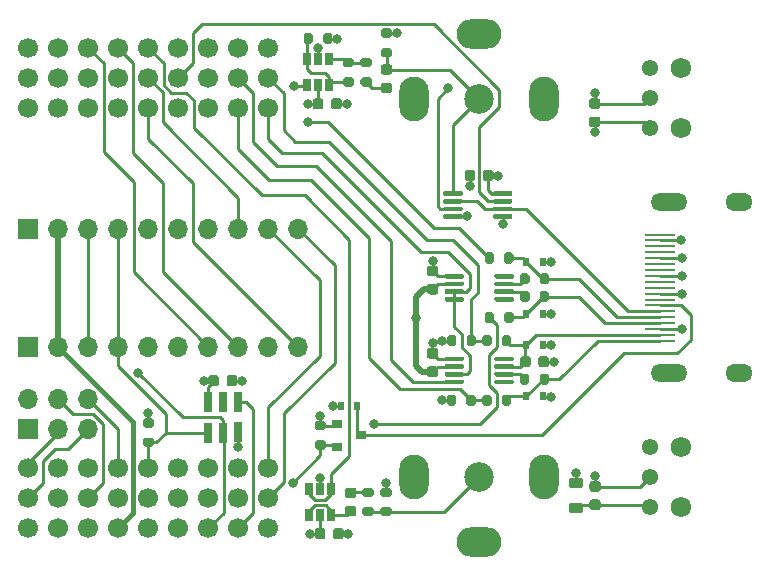
<source format=gbr>
%TF.GenerationSoftware,KiCad,Pcbnew,5.1.9-73d0e3b20d~88~ubuntu20.04.1*%
%TF.CreationDate,2021-06-05T19:42:07+02:00*%
%TF.ProjectId,andy,616e6479-2e6b-4696-9361-645f70636258,v1.00*%
%TF.SameCoordinates,Original*%
%TF.FileFunction,Copper,L1,Top*%
%TF.FilePolarity,Positive*%
%FSLAX46Y46*%
G04 Gerber Fmt 4.6, Leading zero omitted, Abs format (unit mm)*
G04 Created by KiCad (PCBNEW 5.1.9-73d0e3b20d~88~ubuntu20.04.1) date 2021-06-05 19:42:07*
%MOMM*%
%LPD*%
G01*
G04 APERTURE LIST*
%TA.AperFunction,ComponentPad*%
%ADD10C,1.700000*%
%TD*%
%TA.AperFunction,ComponentPad*%
%ADD11C,1.381250*%
%TD*%
%TA.AperFunction,ComponentPad*%
%ADD12C,1.725000*%
%TD*%
%TA.AperFunction,ComponentPad*%
%ADD13C,1.381000*%
%TD*%
%TA.AperFunction,ComponentPad*%
%ADD14C,2.500000*%
%TD*%
%TA.AperFunction,ComponentPad*%
%ADD15O,2.500000X3.800000*%
%TD*%
%TA.AperFunction,ComponentPad*%
%ADD16O,3.800000X2.500000*%
%TD*%
%TA.AperFunction,SMDPad,CuDef*%
%ADD17R,0.650000X1.060000*%
%TD*%
%TA.AperFunction,SMDPad,CuDef*%
%ADD18R,2.600000X0.280000*%
%TD*%
%TA.AperFunction,ComponentPad*%
%ADD19O,3.100000X1.500000*%
%TD*%
%TA.AperFunction,ComponentPad*%
%ADD20O,2.300000X1.500000*%
%TD*%
%TA.AperFunction,SMDPad,CuDef*%
%ADD21R,0.600000X0.700000*%
%TD*%
%TA.AperFunction,SMDPad,CuDef*%
%ADD22R,0.900000X0.800000*%
%TD*%
%TA.AperFunction,SMDPad,CuDef*%
%ADD23R,0.800000X1.700000*%
%TD*%
%TA.AperFunction,ComponentPad*%
%ADD24O,1.700000X1.700000*%
%TD*%
%TA.AperFunction,ComponentPad*%
%ADD25R,1.700000X1.700000*%
%TD*%
%TA.AperFunction,ViaPad*%
%ADD26C,0.800000*%
%TD*%
%TA.AperFunction,Conductor*%
%ADD27C,0.250000*%
%TD*%
%TA.AperFunction,Conductor*%
%ADD28C,0.500000*%
%TD*%
%TA.AperFunction,Conductor*%
%ADD29C,0.430000*%
%TD*%
G04 APERTURE END LIST*
D10*
%TO.P,U1,54*%
%TO.N,GND*%
X160160000Y-79680000D03*
%TO.P,U1,53*%
%TO.N,+3V3*%
X157620000Y-79680000D03*
%TO.P,U1,52*%
%TO.N,N/C*%
X155080000Y-79680000D03*
%TO.P,U1,51*%
%TO.N,hdmi_tx_en*%
X152540000Y-79680000D03*
%TO.P,U1,50*%
%TO.N,sai1_sd_a_pc1*%
X150000000Y-79680000D03*
%TO.P,U1,49*%
%TO.N,sai1_mclk_b*%
X147460000Y-79680000D03*
%TO.P,U1,48*%
%TO.N,sai1_sck_b*%
X144920000Y-79680000D03*
%TO.P,U1,47*%
%TO.N,spdifrx_in1*%
X142380000Y-79680000D03*
%TO.P,U1,46*%
%TO.N,N/C*%
X139840000Y-79680000D03*
%TO.P,U1,45*%
%TO.N,hdmi_5v_in*%
X160160000Y-82220000D03*
%TO.P,U1,44*%
%TO.N,hdmi_hpd_en*%
X157620000Y-82220000D03*
%TO.P,U1,43*%
%TO.N,i2s1_ws*%
X155080000Y-82220000D03*
%TO.P,U1,42*%
%TO.N,hdmi_rx_en*%
X152540000Y-82220000D03*
%TO.P,U1,41*%
%TO.N,i2s1_mck*%
X150000000Y-82220000D03*
%TO.P,U1,40*%
%TO.N,N/C*%
X147460000Y-82220000D03*
%TO.P,U1,39*%
%TO.N,sai1_sd_a_pb2*%
X144920000Y-82220000D03*
%TO.P,U1,38*%
%TO.N,N/C*%
X142380000Y-82220000D03*
%TO.P,U1,37*%
X139840000Y-82220000D03*
%TO.P,U1,36*%
%TO.N,hdmi_5v_en*%
X160160000Y-84760000D03*
%TO.P,U1,35*%
%TO.N,hdmi_hpd_in*%
X157620000Y-84760000D03*
%TO.P,U1,34*%
%TO.N,i2s1_ck*%
X155080000Y-84760000D03*
%TO.P,U1,33*%
%TO.N,i2s1_sd*%
X152540000Y-84760000D03*
%TO.P,U1,32*%
%TO.N,spdifrx_in3*%
X150000000Y-84760000D03*
%TO.P,U1,31*%
%TO.N,N/C*%
X147460000Y-84760000D03*
%TO.P,U1,30*%
%TO.N,i2c2_scl*%
X144920000Y-84760000D03*
%TO.P,U1,29*%
%TO.N,N/C*%
X142380000Y-84760000D03*
%TO.P,U1,28*%
X139840000Y-84760000D03*
%TO.P,U1,27*%
%TO.N,pc14*%
X160160000Y-115240000D03*
%TO.P,U1,26*%
%TO.N,N/C*%
X157620000Y-115240000D03*
%TO.P,U1,25*%
X155080000Y-115240000D03*
%TO.P,U1,24*%
%TO.N,cec_pb6*%
X152540000Y-115240000D03*
%TO.P,U1,23*%
%TO.N,i2c3_sda*%
X150000000Y-115240000D03*
%TO.P,U1,22*%
%TO.N,uart5_rx*%
X147460000Y-115240000D03*
%TO.P,U1,21*%
%TO.N,N/C*%
X144920000Y-115240000D03*
%TO.P,U1,20*%
%TO.N,cec_pa15*%
X142380000Y-115240000D03*
%TO.P,U1,19*%
%TO.N,swdio*%
X139840000Y-115240000D03*
%TO.P,U1,18*%
%TO.N,pc15*%
X160160000Y-117780000D03*
%TO.P,U1,17*%
%TO.N,N/C*%
X157620000Y-117780000D03*
%TO.P,U1,16*%
%TO.N,sai1_fs_b*%
X155080000Y-117780000D03*
%TO.P,U1,15*%
%TO.N,spdifrx_in0*%
X152540000Y-117780000D03*
%TO.P,U1,14*%
%TO.N,N/C*%
X150000000Y-117780000D03*
%TO.P,U1,13*%
%TO.N,i2c2_sda*%
X147460000Y-117780000D03*
%TO.P,U1,12*%
%TO.N,uart5_tx*%
X144920000Y-117780000D03*
%TO.P,U1,11*%
%TO.N,N/C*%
X142380000Y-117780000D03*
%TO.P,U1,10*%
%TO.N,swclk*%
X139840000Y-117780000D03*
%TO.P,U1,9*%
%TO.N,N/C*%
X160160000Y-120320000D03*
%TO.P,U1,8*%
%TO.N,i2s_clk*%
X157620000Y-120320000D03*
%TO.P,U1,7*%
%TO.N,i2c3_scl*%
X155080000Y-120320000D03*
%TO.P,U1,6*%
%TO.N,sai1_sd_b*%
X152540000Y-120320000D03*
%TO.P,U1,5*%
%TO.N,N/C*%
X150000000Y-120320000D03*
%TO.P,U1,4*%
%TO.N,+5V*%
X147460000Y-120320000D03*
%TO.P,U1,3*%
%TO.N,GND*%
X144920000Y-120320000D03*
%TO.P,U1,2*%
%TO.N,+3V3*%
X142380000Y-120320000D03*
%TO.P,U1,1*%
%TO.N,GND*%
X139840000Y-120320000D03*
%TD*%
D11*
%TO.P,U2,1*%
%TO.N,+3V3*%
X192440000Y-86500000D03*
%TO.P,U2,2*%
%TO.N,GND*%
X192440000Y-83960000D03*
%TO.P,U2,3*%
%TO.N,sai1_sd_a_pb2*%
X192440000Y-81420000D03*
D12*
%TO.P,U2,4*%
%TO.N,N/C*%
X195070000Y-86500000D03*
%TO.P,U2,5*%
X195070000Y-81420000D03*
%TD*%
D13*
%TO.P,U3,1*%
%TO.N,Net-(C3-Pad2)*%
X192490000Y-118540000D03*
%TO.P,U3,2*%
%TO.N,GND*%
X192490000Y-116000000D03*
%TO.P,U3,3*%
%TO.N,spdifrx_in0*%
X192490000Y-113460000D03*
D12*
%TO.P,U3,4*%
%TO.N,N/C*%
X195110000Y-118540000D03*
%TO.P,U3,5*%
X195110000Y-113460000D03*
%TD*%
D14*
%TO.P,J1,1*%
%TO.N,spdif_rx*%
X178000000Y-84000000D03*
D15*
%TO.P,J1,2*%
%TO.N,GND*%
X172500000Y-84000000D03*
X183500000Y-84000000D03*
D16*
X178000000Y-78500000D03*
%TD*%
%TO.P,J2,2*%
%TO.N,GND*%
X178000000Y-121500000D03*
D15*
X172500000Y-116000000D03*
X183500000Y-116000000D03*
D14*
%TO.P,J2,1*%
%TO.N,spdif_tx*%
X178000000Y-116000000D03*
%TD*%
%TO.P,C1,2*%
%TO.N,Net-(C1-Pad2)*%
%TA.AperFunction,SMDPad,CuDef*%
G36*
G01*
X169910000Y-82625000D02*
X170410000Y-82625000D01*
G75*
G02*
X170635000Y-82850000I0J-225000D01*
G01*
X170635000Y-83300000D01*
G75*
G02*
X170410000Y-83525000I-225000J0D01*
G01*
X169910000Y-83525000D01*
G75*
G02*
X169685000Y-83300000I0J225000D01*
G01*
X169685000Y-82850000D01*
G75*
G02*
X169910000Y-82625000I225000J0D01*
G01*
G37*
%TD.AperFunction*%
%TO.P,C1,1*%
%TO.N,spdif_rx*%
%TA.AperFunction,SMDPad,CuDef*%
G36*
G01*
X169910000Y-81075000D02*
X170410000Y-81075000D01*
G75*
G02*
X170635000Y-81300000I0J-225000D01*
G01*
X170635000Y-81750000D01*
G75*
G02*
X170410000Y-81975000I-225000J0D01*
G01*
X169910000Y-81975000D01*
G75*
G02*
X169685000Y-81750000I0J225000D01*
G01*
X169685000Y-81300000D01*
G75*
G02*
X169910000Y-81075000I225000J0D01*
G01*
G37*
%TD.AperFunction*%
%TD*%
%TO.P,C2,2*%
%TO.N,+3V3*%
%TA.AperFunction,SMDPad,CuDef*%
G36*
G01*
X187530000Y-85510000D02*
X188030000Y-85510000D01*
G75*
G02*
X188255000Y-85735000I0J-225000D01*
G01*
X188255000Y-86185000D01*
G75*
G02*
X188030000Y-86410000I-225000J0D01*
G01*
X187530000Y-86410000D01*
G75*
G02*
X187305000Y-86185000I0J225000D01*
G01*
X187305000Y-85735000D01*
G75*
G02*
X187530000Y-85510000I225000J0D01*
G01*
G37*
%TD.AperFunction*%
%TO.P,C2,1*%
%TO.N,GND*%
%TA.AperFunction,SMDPad,CuDef*%
G36*
G01*
X187530000Y-83960000D02*
X188030000Y-83960000D01*
G75*
G02*
X188255000Y-84185000I0J-225000D01*
G01*
X188255000Y-84635000D01*
G75*
G02*
X188030000Y-84860000I-225000J0D01*
G01*
X187530000Y-84860000D01*
G75*
G02*
X187305000Y-84635000I0J225000D01*
G01*
X187305000Y-84185000D01*
G75*
G02*
X187530000Y-83960000I225000J0D01*
G01*
G37*
%TD.AperFunction*%
%TD*%
%TO.P,C3,1*%
%TO.N,GND*%
%TA.AperFunction,SMDPad,CuDef*%
G36*
G01*
X187570000Y-116380000D02*
X188070000Y-116380000D01*
G75*
G02*
X188295000Y-116605000I0J-225000D01*
G01*
X188295000Y-117055000D01*
G75*
G02*
X188070000Y-117280000I-225000J0D01*
G01*
X187570000Y-117280000D01*
G75*
G02*
X187345000Y-117055000I0J225000D01*
G01*
X187345000Y-116605000D01*
G75*
G02*
X187570000Y-116380000I225000J0D01*
G01*
G37*
%TD.AperFunction*%
%TO.P,C3,2*%
%TO.N,Net-(C3-Pad2)*%
%TA.AperFunction,SMDPad,CuDef*%
G36*
G01*
X187570000Y-117930000D02*
X188070000Y-117930000D01*
G75*
G02*
X188295000Y-118155000I0J-225000D01*
G01*
X188295000Y-118605000D01*
G75*
G02*
X188070000Y-118830000I-225000J0D01*
G01*
X187570000Y-118830000D01*
G75*
G02*
X187345000Y-118605000I0J225000D01*
G01*
X187345000Y-118155000D01*
G75*
G02*
X187570000Y-117930000I225000J0D01*
G01*
G37*
%TD.AperFunction*%
%TD*%
%TO.P,C4,1*%
%TO.N,GND*%
%TA.AperFunction,SMDPad,CuDef*%
G36*
G01*
X166535000Y-120570000D02*
X166535000Y-121070000D01*
G75*
G02*
X166310000Y-121295000I-225000J0D01*
G01*
X165860000Y-121295000D01*
G75*
G02*
X165635000Y-121070000I0J225000D01*
G01*
X165635000Y-120570000D01*
G75*
G02*
X165860000Y-120345000I225000J0D01*
G01*
X166310000Y-120345000D01*
G75*
G02*
X166535000Y-120570000I0J-225000D01*
G01*
G37*
%TD.AperFunction*%
%TO.P,C4,2*%
%TO.N,+3V3*%
%TA.AperFunction,SMDPad,CuDef*%
G36*
G01*
X164985000Y-120570000D02*
X164985000Y-121070000D01*
G75*
G02*
X164760000Y-121295000I-225000J0D01*
G01*
X164310000Y-121295000D01*
G75*
G02*
X164085000Y-121070000I0J225000D01*
G01*
X164085000Y-120570000D01*
G75*
G02*
X164310000Y-120345000I225000J0D01*
G01*
X164760000Y-120345000D01*
G75*
G02*
X164985000Y-120570000I0J-225000D01*
G01*
G37*
%TD.AperFunction*%
%TD*%
%TO.P,C5,1*%
%TO.N,GND*%
%TA.AperFunction,SMDPad,CuDef*%
G36*
G01*
X166365000Y-84180000D02*
X166365000Y-84680000D01*
G75*
G02*
X166140000Y-84905000I-225000J0D01*
G01*
X165690000Y-84905000D01*
G75*
G02*
X165465000Y-84680000I0J225000D01*
G01*
X165465000Y-84180000D01*
G75*
G02*
X165690000Y-83955000I225000J0D01*
G01*
X166140000Y-83955000D01*
G75*
G02*
X166365000Y-84180000I0J-225000D01*
G01*
G37*
%TD.AperFunction*%
%TO.P,C5,2*%
%TO.N,+3V3*%
%TA.AperFunction,SMDPad,CuDef*%
G36*
G01*
X164815000Y-84180000D02*
X164815000Y-84680000D01*
G75*
G02*
X164590000Y-84905000I-225000J0D01*
G01*
X164140000Y-84905000D01*
G75*
G02*
X163915000Y-84680000I0J225000D01*
G01*
X163915000Y-84180000D01*
G75*
G02*
X164140000Y-83955000I225000J0D01*
G01*
X164590000Y-83955000D01*
G75*
G02*
X164815000Y-84180000I0J-225000D01*
G01*
G37*
%TD.AperFunction*%
%TD*%
%TO.P,C6,2*%
%TO.N,Net-(C6-Pad2)*%
%TA.AperFunction,SMDPad,CuDef*%
G36*
G01*
X166870000Y-118465000D02*
X167370000Y-118465000D01*
G75*
G02*
X167595000Y-118690000I0J-225000D01*
G01*
X167595000Y-119140000D01*
G75*
G02*
X167370000Y-119365000I-225000J0D01*
G01*
X166870000Y-119365000D01*
G75*
G02*
X166645000Y-119140000I0J225000D01*
G01*
X166645000Y-118690000D01*
G75*
G02*
X166870000Y-118465000I225000J0D01*
G01*
G37*
%TD.AperFunction*%
%TO.P,C6,1*%
%TO.N,Net-(C6-Pad1)*%
%TA.AperFunction,SMDPad,CuDef*%
G36*
G01*
X166870000Y-116915000D02*
X167370000Y-116915000D01*
G75*
G02*
X167595000Y-117140000I0J-225000D01*
G01*
X167595000Y-117590000D01*
G75*
G02*
X167370000Y-117815000I-225000J0D01*
G01*
X166870000Y-117815000D01*
G75*
G02*
X166645000Y-117590000I0J225000D01*
G01*
X166645000Y-117140000D01*
G75*
G02*
X166870000Y-116915000I225000J0D01*
G01*
G37*
%TD.AperFunction*%
%TD*%
%TO.P,L1,1*%
%TO.N,Net-(C3-Pad2)*%
%TA.AperFunction,SMDPad,CuDef*%
G36*
G01*
X186581250Y-119105000D02*
X185818750Y-119105000D01*
G75*
G02*
X185600000Y-118886250I0J218750D01*
G01*
X185600000Y-118448750D01*
G75*
G02*
X185818750Y-118230000I218750J0D01*
G01*
X186581250Y-118230000D01*
G75*
G02*
X186800000Y-118448750I0J-218750D01*
G01*
X186800000Y-118886250D01*
G75*
G02*
X186581250Y-119105000I-218750J0D01*
G01*
G37*
%TD.AperFunction*%
%TO.P,L1,2*%
%TO.N,+3V3*%
%TA.AperFunction,SMDPad,CuDef*%
G36*
G01*
X186581250Y-116980000D02*
X185818750Y-116980000D01*
G75*
G02*
X185600000Y-116761250I0J218750D01*
G01*
X185600000Y-116323750D01*
G75*
G02*
X185818750Y-116105000I218750J0D01*
G01*
X186581250Y-116105000D01*
G75*
G02*
X186800000Y-116323750I0J-218750D01*
G01*
X186800000Y-116761250D01*
G75*
G02*
X186581250Y-116980000I-218750J0D01*
G01*
G37*
%TD.AperFunction*%
%TD*%
%TO.P,R1,1*%
%TO.N,spdif_rx*%
%TA.AperFunction,SMDPad,CuDef*%
G36*
G01*
X170435000Y-80495000D02*
X169885000Y-80495000D01*
G75*
G02*
X169685000Y-80295000I0J200000D01*
G01*
X169685000Y-79895000D01*
G75*
G02*
X169885000Y-79695000I200000J0D01*
G01*
X170435000Y-79695000D01*
G75*
G02*
X170635000Y-79895000I0J-200000D01*
G01*
X170635000Y-80295000D01*
G75*
G02*
X170435000Y-80495000I-200000J0D01*
G01*
G37*
%TD.AperFunction*%
%TO.P,R1,2*%
%TO.N,GND*%
%TA.AperFunction,SMDPad,CuDef*%
G36*
G01*
X170435000Y-78845000D02*
X169885000Y-78845000D01*
G75*
G02*
X169685000Y-78645000I0J200000D01*
G01*
X169685000Y-78245000D01*
G75*
G02*
X169885000Y-78045000I200000J0D01*
G01*
X170435000Y-78045000D01*
G75*
G02*
X170635000Y-78245000I0J-200000D01*
G01*
X170635000Y-78645000D01*
G75*
G02*
X170435000Y-78845000I-200000J0D01*
G01*
G37*
%TD.AperFunction*%
%TD*%
%TO.P,R2,1*%
%TO.N,Net-(C1-Pad2)*%
%TA.AperFunction,SMDPad,CuDef*%
G36*
G01*
X168705000Y-82985000D02*
X168155000Y-82985000D01*
G75*
G02*
X167955000Y-82785000I0J200000D01*
G01*
X167955000Y-82385000D01*
G75*
G02*
X168155000Y-82185000I200000J0D01*
G01*
X168705000Y-82185000D01*
G75*
G02*
X168905000Y-82385000I0J-200000D01*
G01*
X168905000Y-82785000D01*
G75*
G02*
X168705000Y-82985000I-200000J0D01*
G01*
G37*
%TD.AperFunction*%
%TO.P,R2,2*%
%TO.N,Net-(R2-Pad2)*%
%TA.AperFunction,SMDPad,CuDef*%
G36*
G01*
X168705000Y-81335000D02*
X168155000Y-81335000D01*
G75*
G02*
X167955000Y-81135000I0J200000D01*
G01*
X167955000Y-80735000D01*
G75*
G02*
X168155000Y-80535000I200000J0D01*
G01*
X168705000Y-80535000D01*
G75*
G02*
X168905000Y-80735000I0J-200000D01*
G01*
X168905000Y-81135000D01*
G75*
G02*
X168705000Y-81335000I-200000J0D01*
G01*
G37*
%TD.AperFunction*%
%TD*%
%TO.P,R3,2*%
%TO.N,Net-(R3-Pad2)*%
%TA.AperFunction,SMDPad,CuDef*%
G36*
G01*
X166645000Y-82195000D02*
X167195000Y-82195000D01*
G75*
G02*
X167395000Y-82395000I0J-200000D01*
G01*
X167395000Y-82795000D01*
G75*
G02*
X167195000Y-82995000I-200000J0D01*
G01*
X166645000Y-82995000D01*
G75*
G02*
X166445000Y-82795000I0J200000D01*
G01*
X166445000Y-82395000D01*
G75*
G02*
X166645000Y-82195000I200000J0D01*
G01*
G37*
%TD.AperFunction*%
%TO.P,R3,1*%
%TO.N,Net-(R2-Pad2)*%
%TA.AperFunction,SMDPad,CuDef*%
G36*
G01*
X166645000Y-80545000D02*
X167195000Y-80545000D01*
G75*
G02*
X167395000Y-80745000I0J-200000D01*
G01*
X167395000Y-81145000D01*
G75*
G02*
X167195000Y-81345000I-200000J0D01*
G01*
X166645000Y-81345000D01*
G75*
G02*
X166445000Y-81145000I0J200000D01*
G01*
X166445000Y-80745000D01*
G75*
G02*
X166645000Y-80545000I200000J0D01*
G01*
G37*
%TD.AperFunction*%
%TD*%
%TO.P,R4,2*%
%TO.N,GND*%
%TA.AperFunction,SMDPad,CuDef*%
G36*
G01*
X164785000Y-79185000D02*
X164785000Y-78635000D01*
G75*
G02*
X164985000Y-78435000I200000J0D01*
G01*
X165385000Y-78435000D01*
G75*
G02*
X165585000Y-78635000I0J-200000D01*
G01*
X165585000Y-79185000D01*
G75*
G02*
X165385000Y-79385000I-200000J0D01*
G01*
X164985000Y-79385000D01*
G75*
G02*
X164785000Y-79185000I0J200000D01*
G01*
G37*
%TD.AperFunction*%
%TO.P,R4,1*%
%TO.N,Net-(R3-Pad2)*%
%TA.AperFunction,SMDPad,CuDef*%
G36*
G01*
X163135000Y-79185000D02*
X163135000Y-78635000D01*
G75*
G02*
X163335000Y-78435000I200000J0D01*
G01*
X163735000Y-78435000D01*
G75*
G02*
X163935000Y-78635000I0J-200000D01*
G01*
X163935000Y-79185000D01*
G75*
G02*
X163735000Y-79385000I-200000J0D01*
G01*
X163335000Y-79385000D01*
G75*
G02*
X163135000Y-79185000I0J200000D01*
G01*
G37*
%TD.AperFunction*%
%TD*%
%TO.P,R5,2*%
%TO.N,Net-(C6-Pad1)*%
%TA.AperFunction,SMDPad,CuDef*%
G36*
G01*
X168875000Y-117715000D02*
X168325000Y-117715000D01*
G75*
G02*
X168125000Y-117515000I0J200000D01*
G01*
X168125000Y-117115000D01*
G75*
G02*
X168325000Y-116915000I200000J0D01*
G01*
X168875000Y-116915000D01*
G75*
G02*
X169075000Y-117115000I0J-200000D01*
G01*
X169075000Y-117515000D01*
G75*
G02*
X168875000Y-117715000I-200000J0D01*
G01*
G37*
%TD.AperFunction*%
%TO.P,R5,1*%
%TO.N,spdif_tx*%
%TA.AperFunction,SMDPad,CuDef*%
G36*
G01*
X168875000Y-119365000D02*
X168325000Y-119365000D01*
G75*
G02*
X168125000Y-119165000I0J200000D01*
G01*
X168125000Y-118765000D01*
G75*
G02*
X168325000Y-118565000I200000J0D01*
G01*
X168875000Y-118565000D01*
G75*
G02*
X169075000Y-118765000I0J-200000D01*
G01*
X169075000Y-119165000D01*
G75*
G02*
X168875000Y-119365000I-200000J0D01*
G01*
G37*
%TD.AperFunction*%
%TD*%
%TO.P,R6,1*%
%TO.N,spdif_tx*%
%TA.AperFunction,SMDPad,CuDef*%
G36*
G01*
X170395000Y-119365000D02*
X169845000Y-119365000D01*
G75*
G02*
X169645000Y-119165000I0J200000D01*
G01*
X169645000Y-118765000D01*
G75*
G02*
X169845000Y-118565000I200000J0D01*
G01*
X170395000Y-118565000D01*
G75*
G02*
X170595000Y-118765000I0J-200000D01*
G01*
X170595000Y-119165000D01*
G75*
G02*
X170395000Y-119365000I-200000J0D01*
G01*
G37*
%TD.AperFunction*%
%TO.P,R6,2*%
%TO.N,GND*%
%TA.AperFunction,SMDPad,CuDef*%
G36*
G01*
X170395000Y-117715000D02*
X169845000Y-117715000D01*
G75*
G02*
X169645000Y-117515000I0J200000D01*
G01*
X169645000Y-117115000D01*
G75*
G02*
X169845000Y-116915000I200000J0D01*
G01*
X170395000Y-116915000D01*
G75*
G02*
X170595000Y-117115000I0J-200000D01*
G01*
X170595000Y-117515000D01*
G75*
G02*
X170395000Y-117715000I-200000J0D01*
G01*
G37*
%TD.AperFunction*%
%TD*%
D17*
%TO.P,U4,1*%
%TO.N,Net-(R2-Pad2)*%
X165310000Y-80670000D03*
%TO.P,U4,2*%
%TO.N,GND*%
X164360000Y-80670000D03*
%TO.P,U4,3*%
%TO.N,Net-(R3-Pad2)*%
X163410000Y-80670000D03*
%TO.P,U4,4*%
%TO.N,spdifrx_in1*%
X163410000Y-82870000D03*
%TO.P,U4,6*%
%TO.N,Net-(R3-Pad2)*%
X165310000Y-82870000D03*
%TO.P,U4,5*%
%TO.N,+3V3*%
X164360000Y-82870000D03*
%TD*%
%TO.P,U5,5*%
%TO.N,+3V3*%
X164540000Y-119260000D03*
%TO.P,U5,6*%
%TO.N,Net-(C6-Pad2)*%
X165490000Y-119260000D03*
%TO.P,U5,4*%
X163590000Y-119260000D03*
%TO.P,U5,3*%
%TO.N,sai1_sd_a_pc1*%
X163590000Y-117060000D03*
%TO.P,U5,2*%
%TO.N,GND*%
X164540000Y-117060000D03*
%TO.P,U5,1*%
%TO.N,sai1_sd_a_pc1*%
X165490000Y-117060000D03*
%TD*%
D18*
%TO.P,J3,1*%
%TO.N,N/C*%
X193280000Y-95500000D03*
%TO.P,J3,2*%
%TO.N,GND*%
X193280000Y-96000000D03*
%TO.P,J3,3*%
%TO.N,N/C*%
X193280000Y-96500000D03*
%TO.P,J3,4*%
X193280000Y-97000000D03*
%TO.P,J3,5*%
%TO.N,GND*%
X193280000Y-97500000D03*
%TO.P,J3,6*%
%TO.N,N/C*%
X193280000Y-98000000D03*
%TO.P,J3,7*%
X193280000Y-98500000D03*
%TO.P,J3,8*%
%TO.N,GND*%
X193280000Y-99000000D03*
%TO.P,J3,9*%
%TO.N,N/C*%
X193280000Y-99500000D03*
%TO.P,J3,10*%
X193280000Y-100000000D03*
%TO.P,J3,11*%
%TO.N,GND*%
X193280000Y-100500000D03*
%TO.P,J3,12*%
%TO.N,N/C*%
X193280000Y-101000000D03*
%TO.P,J3,13*%
%TO.N,hdmi_cec*%
X193280000Y-101500000D03*
%TO.P,J3,14*%
%TO.N,hdmi_utility*%
X193280000Y-102000000D03*
%TO.P,J3,15*%
%TO.N,hdmi_scl*%
X193280000Y-102500000D03*
%TO.P,J3,16*%
%TO.N,hdmi_sda*%
X193280000Y-103000000D03*
%TO.P,J3,17*%
%TO.N,GND*%
X193280000Y-103500000D03*
%TO.P,J3,18*%
%TO.N,hdmi_5v*%
X193280000Y-104000000D03*
%TO.P,J3,19*%
%TO.N,hdmi_hpd*%
X193280000Y-104500000D03*
D19*
%TO.P,J3,S2*%
%TO.N,N/C*%
X194040000Y-107250000D03*
%TO.P,J3,S1*%
X194040000Y-92750000D03*
D20*
%TO.P,J3,S3*%
X200000000Y-107250000D03*
%TO.P,J3,S4*%
X200000000Y-92750000D03*
%TD*%
%TO.P,C7,1*%
%TO.N,hdmi_5v*%
%TA.AperFunction,SMDPad,CuDef*%
G36*
G01*
X181465000Y-106510000D02*
X181465000Y-106010000D01*
G75*
G02*
X181690000Y-105785000I225000J0D01*
G01*
X182140000Y-105785000D01*
G75*
G02*
X182365000Y-106010000I0J-225000D01*
G01*
X182365000Y-106510000D01*
G75*
G02*
X182140000Y-106735000I-225000J0D01*
G01*
X181690000Y-106735000D01*
G75*
G02*
X181465000Y-106510000I0J225000D01*
G01*
G37*
%TD.AperFunction*%
%TO.P,C7,2*%
%TO.N,GND*%
%TA.AperFunction,SMDPad,CuDef*%
G36*
G01*
X183015000Y-106510000D02*
X183015000Y-106010000D01*
G75*
G02*
X183240000Y-105785000I225000J0D01*
G01*
X183690000Y-105785000D01*
G75*
G02*
X183915000Y-106010000I0J-225000D01*
G01*
X183915000Y-106510000D01*
G75*
G02*
X183690000Y-106735000I-225000J0D01*
G01*
X183240000Y-106735000D01*
G75*
G02*
X183015000Y-106510000I0J225000D01*
G01*
G37*
%TD.AperFunction*%
%TD*%
%TO.P,C8,1*%
%TO.N,GND*%
%TA.AperFunction,SMDPad,CuDef*%
G36*
G01*
X173800000Y-105105000D02*
X174300000Y-105105000D01*
G75*
G02*
X174525000Y-105330000I0J-225000D01*
G01*
X174525000Y-105780000D01*
G75*
G02*
X174300000Y-106005000I-225000J0D01*
G01*
X173800000Y-106005000D01*
G75*
G02*
X173575000Y-105780000I0J225000D01*
G01*
X173575000Y-105330000D01*
G75*
G02*
X173800000Y-105105000I225000J0D01*
G01*
G37*
%TD.AperFunction*%
%TO.P,C8,2*%
%TO.N,+5V*%
%TA.AperFunction,SMDPad,CuDef*%
G36*
G01*
X173800000Y-106655000D02*
X174300000Y-106655000D01*
G75*
G02*
X174525000Y-106880000I0J-225000D01*
G01*
X174525000Y-107330000D01*
G75*
G02*
X174300000Y-107555000I-225000J0D01*
G01*
X173800000Y-107555000D01*
G75*
G02*
X173575000Y-107330000I0J225000D01*
G01*
X173575000Y-106880000D01*
G75*
G02*
X173800000Y-106655000I225000J0D01*
G01*
G37*
%TD.AperFunction*%
%TD*%
%TO.P,C9,2*%
%TO.N,+5V*%
%TA.AperFunction,SMDPad,CuDef*%
G36*
G01*
X173810000Y-99675000D02*
X174310000Y-99675000D01*
G75*
G02*
X174535000Y-99900000I0J-225000D01*
G01*
X174535000Y-100350000D01*
G75*
G02*
X174310000Y-100575000I-225000J0D01*
G01*
X173810000Y-100575000D01*
G75*
G02*
X173585000Y-100350000I0J225000D01*
G01*
X173585000Y-99900000D01*
G75*
G02*
X173810000Y-99675000I225000J0D01*
G01*
G37*
%TD.AperFunction*%
%TO.P,C9,1*%
%TO.N,GND*%
%TA.AperFunction,SMDPad,CuDef*%
G36*
G01*
X173810000Y-98125000D02*
X174310000Y-98125000D01*
G75*
G02*
X174535000Y-98350000I0J-225000D01*
G01*
X174535000Y-98800000D01*
G75*
G02*
X174310000Y-99025000I-225000J0D01*
G01*
X173810000Y-99025000D01*
G75*
G02*
X173585000Y-98800000I0J225000D01*
G01*
X173585000Y-98350000D01*
G75*
G02*
X173810000Y-98125000I225000J0D01*
G01*
G37*
%TD.AperFunction*%
%TD*%
D21*
%TO.P,D1,2*%
%TO.N,GND*%
X183400000Y-109200000D03*
%TO.P,D1,1*%
%TO.N,hdmi_hpd*%
X182000000Y-109200000D03*
%TD*%
%TO.P,D2,2*%
%TO.N,GND*%
X183400000Y-104810000D03*
%TO.P,D2,1*%
%TO.N,hdmi_5v*%
X182000000Y-104810000D03*
%TD*%
%TO.P,D3,1*%
%TO.N,hdmi_sda*%
X182000000Y-102200000D03*
%TO.P,D3,2*%
%TO.N,GND*%
X183400000Y-102200000D03*
%TD*%
%TO.P,D4,2*%
%TO.N,GND*%
X183400000Y-97800000D03*
%TO.P,D4,1*%
%TO.N,hdmi_scl*%
X182000000Y-97800000D03*
%TD*%
%TO.P,D5,1*%
%TO.N,hdmi_cec*%
X167700000Y-110030000D03*
%TO.P,D5,2*%
%TO.N,GND*%
X166300000Y-110030000D03*
%TD*%
D22*
%TO.P,Q1,1*%
%TO.N,+3V3*%
X166000000Y-111550000D03*
%TO.P,Q1,2*%
%TO.N,cec_pa15*%
X166000000Y-113450000D03*
%TO.P,Q1,3*%
%TO.N,hdmi_cec*%
X168000000Y-112500000D03*
%TD*%
%TO.P,R7,1*%
%TO.N,i2c2_sda*%
%TA.AperFunction,SMDPad,CuDef*%
G36*
G01*
X178475000Y-102795000D02*
X178475000Y-102245000D01*
G75*
G02*
X178675000Y-102045000I200000J0D01*
G01*
X179075000Y-102045000D01*
G75*
G02*
X179275000Y-102245000I0J-200000D01*
G01*
X179275000Y-102795000D01*
G75*
G02*
X179075000Y-102995000I-200000J0D01*
G01*
X178675000Y-102995000D01*
G75*
G02*
X178475000Y-102795000I0J200000D01*
G01*
G37*
%TD.AperFunction*%
%TO.P,R7,2*%
%TO.N,hdmi_sda*%
%TA.AperFunction,SMDPad,CuDef*%
G36*
G01*
X180125000Y-102795000D02*
X180125000Y-102245000D01*
G75*
G02*
X180325000Y-102045000I200000J0D01*
G01*
X180725000Y-102045000D01*
G75*
G02*
X180925000Y-102245000I0J-200000D01*
G01*
X180925000Y-102795000D01*
G75*
G02*
X180725000Y-102995000I-200000J0D01*
G01*
X180325000Y-102995000D01*
G75*
G02*
X180125000Y-102795000I0J200000D01*
G01*
G37*
%TD.AperFunction*%
%TD*%
%TO.P,R8,2*%
%TO.N,hdmi_hpd*%
%TA.AperFunction,SMDPad,CuDef*%
G36*
G01*
X183115000Y-108015000D02*
X183115000Y-107465000D01*
G75*
G02*
X183315000Y-107265000I200000J0D01*
G01*
X183715000Y-107265000D01*
G75*
G02*
X183915000Y-107465000I0J-200000D01*
G01*
X183915000Y-108015000D01*
G75*
G02*
X183715000Y-108215000I-200000J0D01*
G01*
X183315000Y-108215000D01*
G75*
G02*
X183115000Y-108015000I0J200000D01*
G01*
G37*
%TD.AperFunction*%
%TO.P,R8,1*%
%TO.N,Net-(R8-Pad1)*%
%TA.AperFunction,SMDPad,CuDef*%
G36*
G01*
X181465000Y-108015000D02*
X181465000Y-107465000D01*
G75*
G02*
X181665000Y-107265000I200000J0D01*
G01*
X182065000Y-107265000D01*
G75*
G02*
X182265000Y-107465000I0J-200000D01*
G01*
X182265000Y-108015000D01*
G75*
G02*
X182065000Y-108215000I-200000J0D01*
G01*
X181665000Y-108215000D01*
G75*
G02*
X181465000Y-108015000I0J200000D01*
G01*
G37*
%TD.AperFunction*%
%TD*%
%TO.P,R9,2*%
%TO.N,hdmi_scl*%
%TA.AperFunction,SMDPad,CuDef*%
G36*
G01*
X180125000Y-97755000D02*
X180125000Y-97205000D01*
G75*
G02*
X180325000Y-97005000I200000J0D01*
G01*
X180725000Y-97005000D01*
G75*
G02*
X180925000Y-97205000I0J-200000D01*
G01*
X180925000Y-97755000D01*
G75*
G02*
X180725000Y-97955000I-200000J0D01*
G01*
X180325000Y-97955000D01*
G75*
G02*
X180125000Y-97755000I0J200000D01*
G01*
G37*
%TD.AperFunction*%
%TO.P,R9,1*%
%TO.N,i2c2_scl*%
%TA.AperFunction,SMDPad,CuDef*%
G36*
G01*
X178475000Y-97755000D02*
X178475000Y-97205000D01*
G75*
G02*
X178675000Y-97005000I200000J0D01*
G01*
X179075000Y-97005000D01*
G75*
G02*
X179275000Y-97205000I0J-200000D01*
G01*
X179275000Y-97755000D01*
G75*
G02*
X179075000Y-97955000I-200000J0D01*
G01*
X178675000Y-97955000D01*
G75*
G02*
X178475000Y-97755000I0J200000D01*
G01*
G37*
%TD.AperFunction*%
%TD*%
%TO.P,R10,2*%
%TO.N,hdmi_scl*%
%TA.AperFunction,SMDPad,CuDef*%
G36*
G01*
X183125000Y-99525000D02*
X183125000Y-98975000D01*
G75*
G02*
X183325000Y-98775000I200000J0D01*
G01*
X183725000Y-98775000D01*
G75*
G02*
X183925000Y-98975000I0J-200000D01*
G01*
X183925000Y-99525000D01*
G75*
G02*
X183725000Y-99725000I-200000J0D01*
G01*
X183325000Y-99725000D01*
G75*
G02*
X183125000Y-99525000I0J200000D01*
G01*
G37*
%TD.AperFunction*%
%TO.P,R10,1*%
%TO.N,Net-(R10-Pad1)*%
%TA.AperFunction,SMDPad,CuDef*%
G36*
G01*
X181475000Y-99525000D02*
X181475000Y-98975000D01*
G75*
G02*
X181675000Y-98775000I200000J0D01*
G01*
X182075000Y-98775000D01*
G75*
G02*
X182275000Y-98975000I0J-200000D01*
G01*
X182275000Y-99525000D01*
G75*
G02*
X182075000Y-99725000I-200000J0D01*
G01*
X181675000Y-99725000D01*
G75*
G02*
X181475000Y-99525000I0J200000D01*
G01*
G37*
%TD.AperFunction*%
%TD*%
%TO.P,R11,1*%
%TO.N,Net-(R11-Pad1)*%
%TA.AperFunction,SMDPad,CuDef*%
G36*
G01*
X181475000Y-101025000D02*
X181475000Y-100475000D01*
G75*
G02*
X181675000Y-100275000I200000J0D01*
G01*
X182075000Y-100275000D01*
G75*
G02*
X182275000Y-100475000I0J-200000D01*
G01*
X182275000Y-101025000D01*
G75*
G02*
X182075000Y-101225000I-200000J0D01*
G01*
X181675000Y-101225000D01*
G75*
G02*
X181475000Y-101025000I0J200000D01*
G01*
G37*
%TD.AperFunction*%
%TO.P,R11,2*%
%TO.N,hdmi_sda*%
%TA.AperFunction,SMDPad,CuDef*%
G36*
G01*
X183125000Y-101025000D02*
X183125000Y-100475000D01*
G75*
G02*
X183325000Y-100275000I200000J0D01*
G01*
X183725000Y-100275000D01*
G75*
G02*
X183925000Y-100475000I0J-200000D01*
G01*
X183925000Y-101025000D01*
G75*
G02*
X183725000Y-101225000I-200000J0D01*
G01*
X183325000Y-101225000D01*
G75*
G02*
X183125000Y-101025000I0J200000D01*
G01*
G37*
%TD.AperFunction*%
%TD*%
%TO.P,R12,1*%
%TO.N,hdmi_5v*%
%TA.AperFunction,SMDPad,CuDef*%
G36*
G01*
X180715000Y-104205000D02*
X180715000Y-104755000D01*
G75*
G02*
X180515000Y-104955000I-200000J0D01*
G01*
X180115000Y-104955000D01*
G75*
G02*
X179915000Y-104755000I0J200000D01*
G01*
X179915000Y-104205000D01*
G75*
G02*
X180115000Y-104005000I200000J0D01*
G01*
X180515000Y-104005000D01*
G75*
G02*
X180715000Y-104205000I0J-200000D01*
G01*
G37*
%TD.AperFunction*%
%TO.P,R12,2*%
%TO.N,hdmi_5v_in*%
%TA.AperFunction,SMDPad,CuDef*%
G36*
G01*
X179065000Y-104205000D02*
X179065000Y-104755000D01*
G75*
G02*
X178865000Y-104955000I-200000J0D01*
G01*
X178465000Y-104955000D01*
G75*
G02*
X178265000Y-104755000I0J200000D01*
G01*
X178265000Y-104205000D01*
G75*
G02*
X178465000Y-104005000I200000J0D01*
G01*
X178865000Y-104005000D01*
G75*
G02*
X179065000Y-104205000I0J-200000D01*
G01*
G37*
%TD.AperFunction*%
%TD*%
%TO.P,R13,2*%
%TO.N,GND*%
%TA.AperFunction,SMDPad,CuDef*%
G36*
G01*
X176085000Y-104205000D02*
X176085000Y-104755000D01*
G75*
G02*
X175885000Y-104955000I-200000J0D01*
G01*
X175485000Y-104955000D01*
G75*
G02*
X175285000Y-104755000I0J200000D01*
G01*
X175285000Y-104205000D01*
G75*
G02*
X175485000Y-104005000I200000J0D01*
G01*
X175885000Y-104005000D01*
G75*
G02*
X176085000Y-104205000I0J-200000D01*
G01*
G37*
%TD.AperFunction*%
%TO.P,R13,1*%
%TO.N,hdmi_5v_in*%
%TA.AperFunction,SMDPad,CuDef*%
G36*
G01*
X177735000Y-104205000D02*
X177735000Y-104755000D01*
G75*
G02*
X177535000Y-104955000I-200000J0D01*
G01*
X177135000Y-104955000D01*
G75*
G02*
X176935000Y-104755000I0J200000D01*
G01*
X176935000Y-104205000D01*
G75*
G02*
X177135000Y-104005000I200000J0D01*
G01*
X177535000Y-104005000D01*
G75*
G02*
X177735000Y-104205000I0J-200000D01*
G01*
G37*
%TD.AperFunction*%
%TD*%
%TO.P,R14,1*%
%TO.N,+3V3*%
%TA.AperFunction,SMDPad,CuDef*%
G36*
G01*
X164275000Y-111275000D02*
X164825000Y-111275000D01*
G75*
G02*
X165025000Y-111475000I0J-200000D01*
G01*
X165025000Y-111875000D01*
G75*
G02*
X164825000Y-112075000I-200000J0D01*
G01*
X164275000Y-112075000D01*
G75*
G02*
X164075000Y-111875000I0J200000D01*
G01*
X164075000Y-111475000D01*
G75*
G02*
X164275000Y-111275000I200000J0D01*
G01*
G37*
%TD.AperFunction*%
%TO.P,R14,2*%
%TO.N,cec_pa15*%
%TA.AperFunction,SMDPad,CuDef*%
G36*
G01*
X164275000Y-112925000D02*
X164825000Y-112925000D01*
G75*
G02*
X165025000Y-113125000I0J-200000D01*
G01*
X165025000Y-113525000D01*
G75*
G02*
X164825000Y-113725000I-200000J0D01*
G01*
X164275000Y-113725000D01*
G75*
G02*
X164075000Y-113525000I0J200000D01*
G01*
X164075000Y-113125000D01*
G75*
G02*
X164275000Y-112925000I200000J0D01*
G01*
G37*
%TD.AperFunction*%
%TD*%
%TO.P,R15,1*%
%TO.N,hdmi_hpd*%
%TA.AperFunction,SMDPad,CuDef*%
G36*
G01*
X180725000Y-109245000D02*
X180725000Y-109795000D01*
G75*
G02*
X180525000Y-109995000I-200000J0D01*
G01*
X180125000Y-109995000D01*
G75*
G02*
X179925000Y-109795000I0J200000D01*
G01*
X179925000Y-109245000D01*
G75*
G02*
X180125000Y-109045000I200000J0D01*
G01*
X180525000Y-109045000D01*
G75*
G02*
X180725000Y-109245000I0J-200000D01*
G01*
G37*
%TD.AperFunction*%
%TO.P,R15,2*%
%TO.N,hdmi_hpd_in*%
%TA.AperFunction,SMDPad,CuDef*%
G36*
G01*
X179075000Y-109245000D02*
X179075000Y-109795000D01*
G75*
G02*
X178875000Y-109995000I-200000J0D01*
G01*
X178475000Y-109995000D01*
G75*
G02*
X178275000Y-109795000I0J200000D01*
G01*
X178275000Y-109245000D01*
G75*
G02*
X178475000Y-109045000I200000J0D01*
G01*
X178875000Y-109045000D01*
G75*
G02*
X179075000Y-109245000I0J-200000D01*
G01*
G37*
%TD.AperFunction*%
%TD*%
%TO.P,R16,2*%
%TO.N,GND*%
%TA.AperFunction,SMDPad,CuDef*%
G36*
G01*
X176075000Y-109245000D02*
X176075000Y-109795000D01*
G75*
G02*
X175875000Y-109995000I-200000J0D01*
G01*
X175475000Y-109995000D01*
G75*
G02*
X175275000Y-109795000I0J200000D01*
G01*
X175275000Y-109245000D01*
G75*
G02*
X175475000Y-109045000I200000J0D01*
G01*
X175875000Y-109045000D01*
G75*
G02*
X176075000Y-109245000I0J-200000D01*
G01*
G37*
%TD.AperFunction*%
%TO.P,R16,1*%
%TO.N,hdmi_hpd_in*%
%TA.AperFunction,SMDPad,CuDef*%
G36*
G01*
X177725000Y-109245000D02*
X177725000Y-109795000D01*
G75*
G02*
X177525000Y-109995000I-200000J0D01*
G01*
X177125000Y-109995000D01*
G75*
G02*
X176925000Y-109795000I0J200000D01*
G01*
X176925000Y-109245000D01*
G75*
G02*
X177125000Y-109045000I200000J0D01*
G01*
X177525000Y-109045000D01*
G75*
G02*
X177725000Y-109245000I0J-200000D01*
G01*
G37*
%TD.AperFunction*%
%TD*%
%TO.P,U6,8*%
%TO.N,N/C*%
%TA.AperFunction,SMDPad,CuDef*%
G36*
G01*
X179300000Y-106125000D02*
X179300000Y-105925000D01*
G75*
G02*
X179400000Y-105825000I100000J0D01*
G01*
X180825000Y-105825000D01*
G75*
G02*
X180925000Y-105925000I0J-100000D01*
G01*
X180925000Y-106125000D01*
G75*
G02*
X180825000Y-106225000I-100000J0D01*
G01*
X179400000Y-106225000D01*
G75*
G02*
X179300000Y-106125000I0J100000D01*
G01*
G37*
%TD.AperFunction*%
%TO.P,U6,7*%
%TO.N,hdmi_5v*%
%TA.AperFunction,SMDPad,CuDef*%
G36*
G01*
X179300000Y-106775000D02*
X179300000Y-106575000D01*
G75*
G02*
X179400000Y-106475000I100000J0D01*
G01*
X180825000Y-106475000D01*
G75*
G02*
X180925000Y-106575000I0J-100000D01*
G01*
X180925000Y-106775000D01*
G75*
G02*
X180825000Y-106875000I-100000J0D01*
G01*
X179400000Y-106875000D01*
G75*
G02*
X179300000Y-106775000I0J100000D01*
G01*
G37*
%TD.AperFunction*%
%TO.P,U6,6*%
%TO.N,Net-(R8-Pad1)*%
%TA.AperFunction,SMDPad,CuDef*%
G36*
G01*
X179300000Y-107425000D02*
X179300000Y-107225000D01*
G75*
G02*
X179400000Y-107125000I100000J0D01*
G01*
X180825000Y-107125000D01*
G75*
G02*
X180925000Y-107225000I0J-100000D01*
G01*
X180925000Y-107425000D01*
G75*
G02*
X180825000Y-107525000I-100000J0D01*
G01*
X179400000Y-107525000D01*
G75*
G02*
X179300000Y-107425000I0J100000D01*
G01*
G37*
%TD.AperFunction*%
%TO.P,U6,5*%
%TO.N,N/C*%
%TA.AperFunction,SMDPad,CuDef*%
G36*
G01*
X179300000Y-108075000D02*
X179300000Y-107875000D01*
G75*
G02*
X179400000Y-107775000I100000J0D01*
G01*
X180825000Y-107775000D01*
G75*
G02*
X180925000Y-107875000I0J-100000D01*
G01*
X180925000Y-108075000D01*
G75*
G02*
X180825000Y-108175000I-100000J0D01*
G01*
X179400000Y-108175000D01*
G75*
G02*
X179300000Y-108075000I0J100000D01*
G01*
G37*
%TD.AperFunction*%
%TO.P,U6,4*%
%TO.N,hdmi_hpd_en*%
%TA.AperFunction,SMDPad,CuDef*%
G36*
G01*
X175075000Y-108075000D02*
X175075000Y-107875000D01*
G75*
G02*
X175175000Y-107775000I100000J0D01*
G01*
X176600000Y-107775000D01*
G75*
G02*
X176700000Y-107875000I0J-100000D01*
G01*
X176700000Y-108075000D01*
G75*
G02*
X176600000Y-108175000I-100000J0D01*
G01*
X175175000Y-108175000D01*
G75*
G02*
X175075000Y-108075000I0J100000D01*
G01*
G37*
%TD.AperFunction*%
%TO.P,U6,3*%
%TO.N,hdmi_5v_en*%
%TA.AperFunction,SMDPad,CuDef*%
G36*
G01*
X175075000Y-107425000D02*
X175075000Y-107225000D01*
G75*
G02*
X175175000Y-107125000I100000J0D01*
G01*
X176600000Y-107125000D01*
G75*
G02*
X176700000Y-107225000I0J-100000D01*
G01*
X176700000Y-107425000D01*
G75*
G02*
X176600000Y-107525000I-100000J0D01*
G01*
X175175000Y-107525000D01*
G75*
G02*
X175075000Y-107425000I0J100000D01*
G01*
G37*
%TD.AperFunction*%
%TO.P,U6,2*%
%TO.N,+5V*%
%TA.AperFunction,SMDPad,CuDef*%
G36*
G01*
X175075000Y-106775000D02*
X175075000Y-106575000D01*
G75*
G02*
X175175000Y-106475000I100000J0D01*
G01*
X176600000Y-106475000D01*
G75*
G02*
X176700000Y-106575000I0J-100000D01*
G01*
X176700000Y-106775000D01*
G75*
G02*
X176600000Y-106875000I-100000J0D01*
G01*
X175175000Y-106875000D01*
G75*
G02*
X175075000Y-106775000I0J100000D01*
G01*
G37*
%TD.AperFunction*%
%TO.P,U6,1*%
%TO.N,GND*%
%TA.AperFunction,SMDPad,CuDef*%
G36*
G01*
X175075000Y-106125000D02*
X175075000Y-105925000D01*
G75*
G02*
X175175000Y-105825000I100000J0D01*
G01*
X176600000Y-105825000D01*
G75*
G02*
X176700000Y-105925000I0J-100000D01*
G01*
X176700000Y-106125000D01*
G75*
G02*
X176600000Y-106225000I-100000J0D01*
G01*
X175175000Y-106225000D01*
G75*
G02*
X175075000Y-106125000I0J100000D01*
G01*
G37*
%TD.AperFunction*%
%TD*%
%TO.P,U7,1*%
%TO.N,GND*%
%TA.AperFunction,SMDPad,CuDef*%
G36*
G01*
X175075000Y-99125000D02*
X175075000Y-98925000D01*
G75*
G02*
X175175000Y-98825000I100000J0D01*
G01*
X176600000Y-98825000D01*
G75*
G02*
X176700000Y-98925000I0J-100000D01*
G01*
X176700000Y-99125000D01*
G75*
G02*
X176600000Y-99225000I-100000J0D01*
G01*
X175175000Y-99225000D01*
G75*
G02*
X175075000Y-99125000I0J100000D01*
G01*
G37*
%TD.AperFunction*%
%TO.P,U7,2*%
%TO.N,+5V*%
%TA.AperFunction,SMDPad,CuDef*%
G36*
G01*
X175075000Y-99775000D02*
X175075000Y-99575000D01*
G75*
G02*
X175175000Y-99475000I100000J0D01*
G01*
X176600000Y-99475000D01*
G75*
G02*
X176700000Y-99575000I0J-100000D01*
G01*
X176700000Y-99775000D01*
G75*
G02*
X176600000Y-99875000I-100000J0D01*
G01*
X175175000Y-99875000D01*
G75*
G02*
X175075000Y-99775000I0J100000D01*
G01*
G37*
%TD.AperFunction*%
%TO.P,U7,3*%
%TO.N,hdmi_5v_en*%
%TA.AperFunction,SMDPad,CuDef*%
G36*
G01*
X175075000Y-100425000D02*
X175075000Y-100225000D01*
G75*
G02*
X175175000Y-100125000I100000J0D01*
G01*
X176600000Y-100125000D01*
G75*
G02*
X176700000Y-100225000I0J-100000D01*
G01*
X176700000Y-100425000D01*
G75*
G02*
X176600000Y-100525000I-100000J0D01*
G01*
X175175000Y-100525000D01*
G75*
G02*
X175075000Y-100425000I0J100000D01*
G01*
G37*
%TD.AperFunction*%
%TO.P,U7,4*%
%TA.AperFunction,SMDPad,CuDef*%
G36*
G01*
X175075000Y-101075000D02*
X175075000Y-100875000D01*
G75*
G02*
X175175000Y-100775000I100000J0D01*
G01*
X176600000Y-100775000D01*
G75*
G02*
X176700000Y-100875000I0J-100000D01*
G01*
X176700000Y-101075000D01*
G75*
G02*
X176600000Y-101175000I-100000J0D01*
G01*
X175175000Y-101175000D01*
G75*
G02*
X175075000Y-101075000I0J100000D01*
G01*
G37*
%TD.AperFunction*%
%TO.P,U7,5*%
%TO.N,N/C*%
%TA.AperFunction,SMDPad,CuDef*%
G36*
G01*
X179300000Y-101075000D02*
X179300000Y-100875000D01*
G75*
G02*
X179400000Y-100775000I100000J0D01*
G01*
X180825000Y-100775000D01*
G75*
G02*
X180925000Y-100875000I0J-100000D01*
G01*
X180925000Y-101075000D01*
G75*
G02*
X180825000Y-101175000I-100000J0D01*
G01*
X179400000Y-101175000D01*
G75*
G02*
X179300000Y-101075000I0J100000D01*
G01*
G37*
%TD.AperFunction*%
%TO.P,U7,6*%
%TO.N,Net-(R11-Pad1)*%
%TA.AperFunction,SMDPad,CuDef*%
G36*
G01*
X179300000Y-100425000D02*
X179300000Y-100225000D01*
G75*
G02*
X179400000Y-100125000I100000J0D01*
G01*
X180825000Y-100125000D01*
G75*
G02*
X180925000Y-100225000I0J-100000D01*
G01*
X180925000Y-100425000D01*
G75*
G02*
X180825000Y-100525000I-100000J0D01*
G01*
X179400000Y-100525000D01*
G75*
G02*
X179300000Y-100425000I0J100000D01*
G01*
G37*
%TD.AperFunction*%
%TO.P,U7,7*%
%TO.N,Net-(R10-Pad1)*%
%TA.AperFunction,SMDPad,CuDef*%
G36*
G01*
X179300000Y-99775000D02*
X179300000Y-99575000D01*
G75*
G02*
X179400000Y-99475000I100000J0D01*
G01*
X180825000Y-99475000D01*
G75*
G02*
X180925000Y-99575000I0J-100000D01*
G01*
X180925000Y-99775000D01*
G75*
G02*
X180825000Y-99875000I-100000J0D01*
G01*
X179400000Y-99875000D01*
G75*
G02*
X179300000Y-99775000I0J100000D01*
G01*
G37*
%TD.AperFunction*%
%TO.P,U7,8*%
%TO.N,N/C*%
%TA.AperFunction,SMDPad,CuDef*%
G36*
G01*
X179300000Y-99125000D02*
X179300000Y-98925000D01*
G75*
G02*
X179400000Y-98825000I100000J0D01*
G01*
X180825000Y-98825000D01*
G75*
G02*
X180925000Y-98925000I0J-100000D01*
G01*
X180925000Y-99125000D01*
G75*
G02*
X180825000Y-99225000I-100000J0D01*
G01*
X179400000Y-99225000D01*
G75*
G02*
X179300000Y-99125000I0J100000D01*
G01*
G37*
%TD.AperFunction*%
%TD*%
%TO.P,IC1,1*%
%TO.N,spdif_rx*%
%TA.AperFunction,SMDPad,CuDef*%
G36*
G01*
X174975000Y-92125000D02*
X174975000Y-91925000D01*
G75*
G02*
X175075000Y-91825000I100000J0D01*
G01*
X176500000Y-91825000D01*
G75*
G02*
X176600000Y-91925000I0J-100000D01*
G01*
X176600000Y-92125000D01*
G75*
G02*
X176500000Y-92225000I-100000J0D01*
G01*
X175075000Y-92225000D01*
G75*
G02*
X174975000Y-92125000I0J100000D01*
G01*
G37*
%TD.AperFunction*%
%TO.P,IC1,2*%
%TO.N,hdmi_utility*%
%TA.AperFunction,SMDPad,CuDef*%
G36*
G01*
X174975000Y-92775000D02*
X174975000Y-92575000D01*
G75*
G02*
X175075000Y-92475000I100000J0D01*
G01*
X176500000Y-92475000D01*
G75*
G02*
X176600000Y-92575000I0J-100000D01*
G01*
X176600000Y-92775000D01*
G75*
G02*
X176500000Y-92875000I-100000J0D01*
G01*
X175075000Y-92875000D01*
G75*
G02*
X174975000Y-92775000I0J100000D01*
G01*
G37*
%TD.AperFunction*%
%TO.P,IC1,3*%
%TO.N,hdmi_tx_en*%
%TA.AperFunction,SMDPad,CuDef*%
G36*
G01*
X174975000Y-93425000D02*
X174975000Y-93225000D01*
G75*
G02*
X175075000Y-93125000I100000J0D01*
G01*
X176500000Y-93125000D01*
G75*
G02*
X176600000Y-93225000I0J-100000D01*
G01*
X176600000Y-93425000D01*
G75*
G02*
X176500000Y-93525000I-100000J0D01*
G01*
X175075000Y-93525000D01*
G75*
G02*
X174975000Y-93425000I0J100000D01*
G01*
G37*
%TD.AperFunction*%
%TO.P,IC1,4*%
%TO.N,GND*%
%TA.AperFunction,SMDPad,CuDef*%
G36*
G01*
X174975000Y-94075000D02*
X174975000Y-93875000D01*
G75*
G02*
X175075000Y-93775000I100000J0D01*
G01*
X176500000Y-93775000D01*
G75*
G02*
X176600000Y-93875000I0J-100000D01*
G01*
X176600000Y-94075000D01*
G75*
G02*
X176500000Y-94175000I-100000J0D01*
G01*
X175075000Y-94175000D01*
G75*
G02*
X174975000Y-94075000I0J100000D01*
G01*
G37*
%TD.AperFunction*%
%TO.P,IC1,5*%
%TO.N,spdif_tx*%
%TA.AperFunction,SMDPad,CuDef*%
G36*
G01*
X179200000Y-94075000D02*
X179200000Y-93875000D01*
G75*
G02*
X179300000Y-93775000I100000J0D01*
G01*
X180725000Y-93775000D01*
G75*
G02*
X180825000Y-93875000I0J-100000D01*
G01*
X180825000Y-94075000D01*
G75*
G02*
X180725000Y-94175000I-100000J0D01*
G01*
X179300000Y-94175000D01*
G75*
G02*
X179200000Y-94075000I0J100000D01*
G01*
G37*
%TD.AperFunction*%
%TO.P,IC1,6*%
%TO.N,hdmi_utility*%
%TA.AperFunction,SMDPad,CuDef*%
G36*
G01*
X179200000Y-93425000D02*
X179200000Y-93225000D01*
G75*
G02*
X179300000Y-93125000I100000J0D01*
G01*
X180725000Y-93125000D01*
G75*
G02*
X180825000Y-93225000I0J-100000D01*
G01*
X180825000Y-93425000D01*
G75*
G02*
X180725000Y-93525000I-100000J0D01*
G01*
X179300000Y-93525000D01*
G75*
G02*
X179200000Y-93425000I0J100000D01*
G01*
G37*
%TD.AperFunction*%
%TO.P,IC1,7*%
%TO.N,hdmi_rx_en*%
%TA.AperFunction,SMDPad,CuDef*%
G36*
G01*
X179200000Y-92775000D02*
X179200000Y-92575000D01*
G75*
G02*
X179300000Y-92475000I100000J0D01*
G01*
X180725000Y-92475000D01*
G75*
G02*
X180825000Y-92575000I0J-100000D01*
G01*
X180825000Y-92775000D01*
G75*
G02*
X180725000Y-92875000I-100000J0D01*
G01*
X179300000Y-92875000D01*
G75*
G02*
X179200000Y-92775000I0J100000D01*
G01*
G37*
%TD.AperFunction*%
%TO.P,IC1,8*%
%TO.N,+3V3*%
%TA.AperFunction,SMDPad,CuDef*%
G36*
G01*
X179200000Y-92125000D02*
X179200000Y-91925000D01*
G75*
G02*
X179300000Y-91825000I100000J0D01*
G01*
X180725000Y-91825000D01*
G75*
G02*
X180825000Y-91925000I0J-100000D01*
G01*
X180825000Y-92125000D01*
G75*
G02*
X180725000Y-92225000I-100000J0D01*
G01*
X179300000Y-92225000D01*
G75*
G02*
X179200000Y-92125000I0J100000D01*
G01*
G37*
%TD.AperFunction*%
%TD*%
%TO.P,C10,1*%
%TO.N,+3V3*%
%TA.AperFunction,SMDPad,CuDef*%
G36*
G01*
X179225000Y-90250000D02*
X179225000Y-90750000D01*
G75*
G02*
X179000000Y-90975000I-225000J0D01*
G01*
X178550000Y-90975000D01*
G75*
G02*
X178325000Y-90750000I0J225000D01*
G01*
X178325000Y-90250000D01*
G75*
G02*
X178550000Y-90025000I225000J0D01*
G01*
X179000000Y-90025000D01*
G75*
G02*
X179225000Y-90250000I0J-225000D01*
G01*
G37*
%TD.AperFunction*%
%TO.P,C10,2*%
%TO.N,GND*%
%TA.AperFunction,SMDPad,CuDef*%
G36*
G01*
X177675000Y-90250000D02*
X177675000Y-90750000D01*
G75*
G02*
X177450000Y-90975000I-225000J0D01*
G01*
X177000000Y-90975000D01*
G75*
G02*
X176775000Y-90750000I0J225000D01*
G01*
X176775000Y-90250000D01*
G75*
G02*
X177000000Y-90025000I225000J0D01*
G01*
X177450000Y-90025000D01*
G75*
G02*
X177675000Y-90250000I0J-225000D01*
G01*
G37*
%TD.AperFunction*%
%TD*%
%TO.P,C11,1*%
%TO.N,GND*%
%TA.AperFunction,SMDPad,CuDef*%
G36*
G01*
X157525000Y-107620000D02*
X157525000Y-108120000D01*
G75*
G02*
X157300000Y-108345000I-225000J0D01*
G01*
X156850000Y-108345000D01*
G75*
G02*
X156625000Y-108120000I0J225000D01*
G01*
X156625000Y-107620000D01*
G75*
G02*
X156850000Y-107395000I225000J0D01*
G01*
X157300000Y-107395000D01*
G75*
G02*
X157525000Y-107620000I0J-225000D01*
G01*
G37*
%TD.AperFunction*%
%TO.P,C11,2*%
%TO.N,+3V3*%
%TA.AperFunction,SMDPad,CuDef*%
G36*
G01*
X155975000Y-107620000D02*
X155975000Y-108120000D01*
G75*
G02*
X155750000Y-108345000I-225000J0D01*
G01*
X155300000Y-108345000D01*
G75*
G02*
X155075000Y-108120000I0J225000D01*
G01*
X155075000Y-107620000D01*
G75*
G02*
X155300000Y-107395000I225000J0D01*
G01*
X155750000Y-107395000D01*
G75*
G02*
X155975000Y-107620000I0J-225000D01*
G01*
G37*
%TD.AperFunction*%
%TD*%
D23*
%TO.P,U8,1*%
%TO.N,i2c3_sda*%
X155015001Y-112270000D03*
%TO.P,U8,2*%
%TO.N,i2c3_scl*%
X156285001Y-112270000D03*
%TO.P,U8,3*%
%TO.N,GND*%
X157585001Y-112240000D03*
%TO.P,U8,4*%
%TO.N,i2s_clk*%
X157555001Y-109670000D03*
%TO.P,U8,5*%
%TO.N,N/C*%
X156285001Y-109670000D03*
%TO.P,U8,6*%
%TO.N,+3V3*%
X155015001Y-109670000D03*
%TD*%
D24*
%TO.P,J4,10*%
%TO.N,spdifrx_in3*%
X162700000Y-105000000D03*
%TO.P,J4,9*%
%TO.N,cec_pb6*%
X160160000Y-105000000D03*
%TO.P,J4,8*%
%TO.N,sai1_mclk_b*%
X157620000Y-105000000D03*
%TO.P,J4,7*%
%TO.N,sai1_sck_b*%
X155080000Y-105000000D03*
%TO.P,J4,6*%
%TO.N,sai1_fs_b*%
X152540000Y-105000000D03*
%TO.P,J4,5*%
%TO.N,sai1_sd_b*%
X150000000Y-105000000D03*
%TO.P,J4,4*%
%TO.N,i2c3_sda*%
X147460000Y-105000000D03*
%TO.P,J4,3*%
%TO.N,i2c3_scl*%
X144920000Y-105000000D03*
%TO.P,J4,2*%
%TO.N,+5V*%
X142380000Y-105000000D03*
D25*
%TO.P,J4,1*%
%TO.N,GND*%
X139840000Y-105000000D03*
%TD*%
%TO.P,J5,1*%
%TO.N,GND*%
X139840000Y-95000000D03*
D24*
%TO.P,J5,2*%
%TO.N,+5V*%
X142380000Y-95000000D03*
%TO.P,J5,3*%
%TO.N,i2c3_scl*%
X144920000Y-95000000D03*
%TO.P,J5,4*%
%TO.N,i2c3_sda*%
X147460000Y-95000000D03*
%TO.P,J5,5*%
%TO.N,i2s1_sd*%
X150000000Y-95000000D03*
%TO.P,J5,6*%
%TO.N,i2s1_ws*%
X152540000Y-95000000D03*
%TO.P,J5,7*%
%TO.N,i2s1_ck*%
X155080000Y-95000000D03*
%TO.P,J5,8*%
%TO.N,i2s1_mck*%
X157620000Y-95000000D03*
%TO.P,J5,9*%
%TO.N,pc14*%
X160160000Y-95000000D03*
%TO.P,J5,10*%
%TO.N,pc15*%
X162700000Y-95000000D03*
%TD*%
%TO.P,R17,1*%
%TO.N,+3V3*%
%TA.AperFunction,SMDPad,CuDef*%
G36*
G01*
X149725000Y-111035000D02*
X150275000Y-111035000D01*
G75*
G02*
X150475000Y-111235000I0J-200000D01*
G01*
X150475000Y-111635000D01*
G75*
G02*
X150275000Y-111835000I-200000J0D01*
G01*
X149725000Y-111835000D01*
G75*
G02*
X149525000Y-111635000I0J200000D01*
G01*
X149525000Y-111235000D01*
G75*
G02*
X149725000Y-111035000I200000J0D01*
G01*
G37*
%TD.AperFunction*%
%TO.P,R17,2*%
%TO.N,i2c3_sda*%
%TA.AperFunction,SMDPad,CuDef*%
G36*
G01*
X149725000Y-112685000D02*
X150275000Y-112685000D01*
G75*
G02*
X150475000Y-112885000I0J-200000D01*
G01*
X150475000Y-113285000D01*
G75*
G02*
X150275000Y-113485000I-200000J0D01*
G01*
X149725000Y-113485000D01*
G75*
G02*
X149525000Y-113285000I0J200000D01*
G01*
X149525000Y-112885000D01*
G75*
G02*
X149725000Y-112685000I200000J0D01*
G01*
G37*
%TD.AperFunction*%
%TD*%
D25*
%TO.P,J6,1*%
%TO.N,GND*%
X139840000Y-111930000D03*
D24*
%TO.P,J6,2*%
X139840000Y-109390000D03*
%TO.P,J6,3*%
%TO.N,swdio*%
X142380000Y-111930000D03*
%TO.P,J6,4*%
%TO.N,uart5_tx*%
X142380000Y-109390000D03*
%TO.P,J6,5*%
%TO.N,swclk*%
X144920000Y-111930000D03*
%TO.P,J6,6*%
%TO.N,uart5_rx*%
X144920000Y-109390000D03*
%TD*%
D26*
%TO.N,GND*%
X187820000Y-115980000D03*
X164530000Y-116130000D03*
X187780000Y-83555000D03*
X166790000Y-84430000D03*
X166929998Y-120820000D03*
X170120000Y-116520000D03*
X195080000Y-96000000D03*
X195180000Y-97500000D03*
X195170000Y-99000000D03*
X195180000Y-100500000D03*
X195180000Y-103490000D03*
X184100000Y-97800000D03*
X174060000Y-97730000D03*
X165600000Y-110030000D03*
X184100000Y-109220000D03*
X184310000Y-106260000D03*
X184100000Y-104810000D03*
X174880000Y-109520000D03*
X174890000Y-104480000D03*
X171050000Y-78450000D03*
X164330000Y-79720000D03*
X177010000Y-93950000D03*
X157590000Y-113500000D03*
X157920000Y-107870000D03*
X184100000Y-102200000D03*
X174060000Y-104700000D03*
X177229998Y-91370000D03*
X165980000Y-78910000D03*
%TO.N,+3V3*%
X163510000Y-84430000D03*
X187790000Y-86810000D03*
X186200000Y-115700000D03*
X163670000Y-120810000D03*
X179620000Y-90500000D03*
X154680000Y-107870000D03*
X164550000Y-110880000D03*
X150000000Y-110564979D03*
%TO.N,+5V*%
X172650000Y-102550000D03*
%TO.N,hdmi_tx_en*%
X175370000Y-83130000D03*
%TO.N,spdif_tx*%
X180000000Y-94569994D03*
%TO.N,spdifrx_in1*%
X162300000Y-82950000D03*
%TO.N,i2c3_scl*%
X149160000Y-107210000D03*
%TO.N,i2c2_sda*%
X169130000Y-111559998D03*
%TO.N,i2c2_scl*%
X163480000Y-85990000D03*
%TO.N,cec_pa15*%
X162230029Y-116514847D03*
%TD*%
D27*
%TO.N,GND*%
X164540000Y-116140000D02*
X164530000Y-116130000D01*
X164540000Y-117060000D02*
X164540000Y-116140000D01*
X166085000Y-120820000D02*
X166929998Y-120820000D01*
X170120000Y-117315000D02*
X170120000Y-116520000D01*
X193280000Y-96000000D02*
X195080000Y-96000000D01*
X193280000Y-97500000D02*
X195180000Y-97500000D01*
X193280000Y-99000000D02*
X195170000Y-99000000D01*
X193280000Y-100500000D02*
X195180000Y-100500000D01*
X195170000Y-103500000D02*
X195180000Y-103490000D01*
X193280000Y-103500000D02*
X195170000Y-103500000D01*
X165915000Y-84430000D02*
X166790000Y-84430000D01*
X174520000Y-106025000D02*
X174050000Y-105555000D01*
X175887500Y-106025000D02*
X174520000Y-106025000D01*
X171045000Y-78445000D02*
X171050000Y-78450000D01*
X170160000Y-78445000D02*
X171045000Y-78445000D01*
X176995000Y-93965000D02*
X177010000Y-93950000D01*
X175777500Y-93965000D02*
X176995000Y-93965000D01*
X157585001Y-113495001D02*
X157590000Y-113500000D01*
X157585001Y-112240000D02*
X157585001Y-113495001D01*
X174050000Y-105555000D02*
X174050000Y-104710000D01*
X174050000Y-104710000D02*
X174060000Y-104700000D01*
X184090000Y-109230000D02*
X184100000Y-109220000D01*
X183400000Y-109230000D02*
X184090000Y-109230000D01*
X184100000Y-102200000D02*
X183400000Y-102200000D01*
X184100000Y-97800000D02*
X183400000Y-97800000D01*
X174060000Y-97730000D02*
X174060000Y-98575000D01*
X174510000Y-99025000D02*
X174060000Y-98575000D01*
X175887500Y-99025000D02*
X174510000Y-99025000D01*
X175685000Y-104480000D02*
X174890000Y-104480000D01*
X175675000Y-109520000D02*
X174880000Y-109520000D01*
X184310000Y-106260000D02*
X183465000Y-106260000D01*
X184100000Y-104810000D02*
X183400000Y-104810000D01*
X177225000Y-90500000D02*
X177225000Y-91365002D01*
X177225000Y-91365002D02*
X177229998Y-91370000D01*
X166300000Y-110030000D02*
X165600000Y-110030000D01*
X157075000Y-107870000D02*
X157920000Y-107870000D01*
X187780000Y-84410000D02*
X187780000Y-83555000D01*
X191990000Y-84410000D02*
X192440000Y-83960000D01*
X187780000Y-84410000D02*
X191990000Y-84410000D01*
X187820000Y-116830000D02*
X187820000Y-115980000D01*
X191610000Y-116830000D02*
X192370000Y-116070000D01*
X187820000Y-116830000D02*
X191610000Y-116830000D01*
X164360000Y-79750000D02*
X164330000Y-79720000D01*
X164360000Y-80670000D02*
X164360000Y-79750000D01*
X165185000Y-78910000D02*
X165980000Y-78910000D01*
%TO.N,Net-(C1-Pad2)*%
X170160000Y-83075000D02*
X168920000Y-83075000D01*
X168920000Y-83075000D02*
X168430000Y-82585000D01*
%TO.N,+3V3*%
X164360000Y-84425000D02*
X164365000Y-84430000D01*
X164360000Y-82870000D02*
X164360000Y-84425000D01*
X164540000Y-120815000D02*
X164535000Y-120820000D01*
X164540000Y-119260000D02*
X164540000Y-120815000D01*
X164365000Y-84430000D02*
X163510000Y-84430000D01*
X163680000Y-120820000D02*
X163670000Y-120810000D01*
X164535000Y-120820000D02*
X163680000Y-120820000D01*
X178775000Y-90500000D02*
X179620000Y-90500000D01*
X180012500Y-92025000D02*
X179055000Y-92025000D01*
X178775000Y-91745000D02*
X178775000Y-90500000D01*
X179055000Y-92025000D02*
X178775000Y-91745000D01*
X165875000Y-111675000D02*
X166000000Y-111550000D01*
X164550000Y-111675000D02*
X165875000Y-111675000D01*
X164550000Y-110880000D02*
X164550000Y-111675000D01*
X155525000Y-107870000D02*
X154680000Y-107870000D01*
X155015001Y-108394999D02*
X155015001Y-109670000D01*
X155525000Y-107885000D02*
X155015001Y-108394999D01*
X155525000Y-107870000D02*
X155525000Y-107885000D01*
X187780000Y-86800000D02*
X187790000Y-86810000D01*
X187780000Y-85960000D02*
X187780000Y-86800000D01*
X191900000Y-85960000D02*
X192440000Y-86500000D01*
X187780000Y-85960000D02*
X191900000Y-85960000D01*
X186200000Y-116542500D02*
X186200000Y-115700000D01*
X150000000Y-110564979D02*
X150000000Y-111435000D01*
%TO.N,Net-(C3-Pad2)*%
X186487500Y-118380000D02*
X186200000Y-118667500D01*
X187820000Y-118380000D02*
X186487500Y-118380000D01*
X187820000Y-118380000D02*
X192140000Y-118380000D01*
X192140000Y-118380000D02*
X192370000Y-118610000D01*
%TO.N,Net-(C6-Pad2)*%
X165490000Y-119470000D02*
X165490000Y-119260000D01*
X165490000Y-118880000D02*
X165490000Y-119260000D01*
X165000000Y-118390000D02*
X165490000Y-118880000D01*
X163590000Y-118880000D02*
X164080000Y-118390000D01*
X164080000Y-118390000D02*
X165000000Y-118390000D01*
X163590000Y-119260000D02*
X163590000Y-118880000D01*
X166775000Y-119260000D02*
X167120000Y-118915000D01*
X165490000Y-119260000D02*
X166775000Y-119260000D01*
%TO.N,Net-(C6-Pad1)*%
X167170000Y-117315000D02*
X167120000Y-117365000D01*
X168600000Y-117315000D02*
X167170000Y-117315000D01*
%TO.N,Net-(R2-Pad2)*%
X168420000Y-80945000D02*
X168430000Y-80935000D01*
X166930000Y-80935000D02*
X166920000Y-80945000D01*
X168430000Y-80935000D02*
X166930000Y-80935000D01*
X166645000Y-80670000D02*
X166920000Y-80945000D01*
X165310000Y-80670000D02*
X166645000Y-80670000D01*
%TO.N,Net-(R3-Pad2)*%
X165585000Y-82595000D02*
X165310000Y-82870000D01*
X166920000Y-82595000D02*
X165585000Y-82595000D01*
X163410000Y-79035000D02*
X163535000Y-78910000D01*
X163410000Y-80670000D02*
X163410000Y-79035000D01*
X165310000Y-82130000D02*
X165310000Y-82870000D01*
X164960000Y-81780000D02*
X165310000Y-82130000D01*
X163730000Y-81780000D02*
X164960000Y-81780000D01*
X163410000Y-81460000D02*
X163730000Y-81780000D01*
X163410000Y-80670000D02*
X163410000Y-81460000D01*
%TO.N,hdmi_5v*%
X181500000Y-106675000D02*
X181915000Y-106260000D01*
X180112500Y-106675000D02*
X181500000Y-106675000D01*
X180645000Y-104810000D02*
X180315000Y-104480000D01*
X182000000Y-104810000D02*
X180645000Y-104810000D01*
X181915000Y-104895000D02*
X182000000Y-104810000D01*
X181915000Y-106260000D02*
X181915000Y-104895000D01*
X182810000Y-104000000D02*
X182000000Y-104810000D01*
X193280000Y-104000000D02*
X182810000Y-104000000D01*
%TO.N,+5V*%
X174480000Y-106675000D02*
X174050000Y-107105000D01*
X175887500Y-106675000D02*
X174480000Y-106675000D01*
X174510000Y-99675000D02*
X174060000Y-100125000D01*
X175887500Y-99675000D02*
X174510000Y-99675000D01*
D28*
X172650000Y-100790000D02*
X172650000Y-102550000D01*
X173315000Y-100125000D02*
X172650000Y-100790000D01*
X174060000Y-100125000D02*
X173315000Y-100125000D01*
X172650000Y-106590000D02*
X172650000Y-102550000D01*
X173165000Y-107105000D02*
X172650000Y-106590000D01*
X174050000Y-107105000D02*
X173165000Y-107105000D01*
X142380000Y-95000000D02*
X142380000Y-105000000D01*
D29*
X148730000Y-119050000D02*
X147460000Y-120320000D01*
X148730000Y-111350000D02*
X148730000Y-119050000D01*
X142380000Y-105000000D02*
X148730000Y-111350000D01*
D27*
%TO.N,hdmi_hpd*%
X180645000Y-109200000D02*
X180325000Y-109520000D01*
X182000000Y-109200000D02*
X180645000Y-109200000D01*
X183460000Y-107740000D02*
X182000000Y-109200000D01*
X183515000Y-107740000D02*
X183460000Y-107740000D01*
X184800000Y-107740000D02*
X183515000Y-107740000D01*
X188040000Y-104500000D02*
X184800000Y-107740000D01*
X193280000Y-104500000D02*
X188040000Y-104500000D01*
%TO.N,hdmi_scl*%
X183450000Y-99250000D02*
X182000000Y-97800000D01*
X183525000Y-99250000D02*
X183450000Y-99250000D01*
X181680000Y-97480000D02*
X182000000Y-97800000D01*
X180525000Y-97480000D02*
X181680000Y-97480000D01*
X186420000Y-99250000D02*
X183525000Y-99250000D01*
X189670000Y-102500000D02*
X186420000Y-99250000D01*
X193280000Y-102500000D02*
X189670000Y-102500000D01*
%TO.N,hdmi_sda*%
X183450000Y-100750000D02*
X182000000Y-102200000D01*
X183525000Y-100750000D02*
X183450000Y-100750000D01*
X181680000Y-102520000D02*
X182000000Y-102200000D01*
X180525000Y-102520000D02*
X181680000Y-102520000D01*
X186440000Y-100750000D02*
X183525000Y-100750000D01*
X188690000Y-103000000D02*
X186440000Y-100750000D01*
X193280000Y-103000000D02*
X188690000Y-103000000D01*
%TO.N,hdmi_cec*%
X167700000Y-112200000D02*
X168000000Y-112500000D01*
X167700000Y-110030000D02*
X167700000Y-112200000D01*
X195070000Y-101500000D02*
X193280000Y-101500000D01*
X195905001Y-102335001D02*
X195070000Y-101500000D01*
X195905001Y-104424999D02*
X195905001Y-102335001D01*
X194790000Y-105540000D02*
X195905001Y-104424999D01*
X190290000Y-105540000D02*
X194790000Y-105540000D01*
X183330000Y-112500000D02*
X190290000Y-105540000D01*
X168000000Y-112500000D02*
X183330000Y-112500000D01*
%TO.N,Net-(R8-Pad1)*%
X181450000Y-107325000D02*
X181865000Y-107740000D01*
X180112500Y-107325000D02*
X181450000Y-107325000D01*
%TO.N,Net-(R10-Pad1)*%
X181450000Y-99675000D02*
X181875000Y-99250000D01*
X180112500Y-99675000D02*
X181450000Y-99675000D01*
%TO.N,Net-(R11-Pad1)*%
X181450000Y-100325000D02*
X181875000Y-100750000D01*
X180112500Y-100325000D02*
X181450000Y-100325000D01*
%TO.N,hdmi_5v_in*%
X178665000Y-104480000D02*
X177335000Y-104480000D01*
X165290000Y-87630000D02*
X162440000Y-87630000D01*
X173620000Y-95960000D02*
X165290000Y-87630000D01*
X161470000Y-83530000D02*
X160160000Y-82220000D01*
X177880000Y-98060000D02*
X175780000Y-95960000D01*
X177880000Y-100430000D02*
X177880000Y-98060000D01*
X175780000Y-95960000D02*
X173620000Y-95960000D01*
X177335000Y-100975000D02*
X177880000Y-100430000D01*
X161470000Y-86660000D02*
X161470000Y-83530000D01*
X162440000Y-87630000D02*
X161470000Y-86660000D01*
X177335000Y-104480000D02*
X177335000Y-100975000D01*
%TO.N,hdmi_hpd_in*%
X178675000Y-109520000D02*
X177325000Y-109520000D01*
X160210000Y-90870000D02*
X157620000Y-88280000D01*
X163790000Y-90870000D02*
X160210000Y-90870000D01*
X157620000Y-88280000D02*
X157620000Y-84760000D01*
X168690000Y-95770000D02*
X163790000Y-90870000D01*
X168690000Y-105970000D02*
X168690000Y-95770000D01*
X171330000Y-108610000D02*
X168690000Y-105970000D01*
X176415000Y-108610000D02*
X171330000Y-108610000D01*
X177325000Y-109520000D02*
X176415000Y-108610000D01*
%TO.N,hdmi_5v_en*%
X175887500Y-100325000D02*
X175887500Y-100975000D01*
X176975000Y-107325000D02*
X175887500Y-107325000D01*
X177210000Y-107090000D02*
X176975000Y-107325000D01*
X177210000Y-105750000D02*
X177210000Y-107090000D01*
X176510000Y-105050000D02*
X177210000Y-105750000D01*
X176510000Y-103950000D02*
X176510000Y-105050000D01*
X175887500Y-103327500D02*
X176510000Y-103950000D01*
X175887500Y-100975000D02*
X175887500Y-103327500D01*
X160160000Y-87450000D02*
X160160000Y-84760000D01*
X161280000Y-88570000D02*
X160160000Y-87450000D01*
X164690000Y-88570000D02*
X161280000Y-88570000D01*
X173120000Y-97000000D02*
X164690000Y-88570000D01*
X177190000Y-98860000D02*
X175330000Y-97000000D01*
X175330000Y-97000000D02*
X173120000Y-97000000D01*
X177190000Y-100060000D02*
X177190000Y-98860000D01*
X176925000Y-100325000D02*
X177190000Y-100060000D01*
X175887500Y-100325000D02*
X176925000Y-100325000D01*
%TO.N,hdmi_hpd_en*%
X158880000Y-83480000D02*
X157620000Y-82220000D01*
X158880000Y-87620000D02*
X158880000Y-83480000D01*
X160930000Y-89670000D02*
X158880000Y-87620000D01*
X164170000Y-89670000D02*
X160930000Y-89670000D01*
X170530000Y-96030000D02*
X164170000Y-89670000D01*
X170530000Y-106100000D02*
X170530000Y-96030000D01*
X172405000Y-107975000D02*
X170530000Y-106100000D01*
X175887500Y-107975000D02*
X172405000Y-107975000D01*
%TO.N,spdif_rx*%
X170160000Y-80095000D02*
X170160000Y-81525000D01*
X175525000Y-81525000D02*
X178000000Y-84000000D01*
X170160000Y-81525000D02*
X175525000Y-81525000D01*
X175787500Y-86212500D02*
X178000000Y-84000000D01*
X175787500Y-92025000D02*
X175787500Y-86212500D01*
%TO.N,hdmi_utility*%
X177805000Y-92665000D02*
X175777500Y-92665000D01*
X178465000Y-93325000D02*
X177805000Y-92665000D01*
X179992500Y-93325000D02*
X178465000Y-93325000D01*
X180002500Y-93315000D02*
X179992500Y-93325000D01*
X181955000Y-93325000D02*
X180012500Y-93325000D01*
X190630000Y-102000000D02*
X181955000Y-93325000D01*
X193280000Y-102000000D02*
X190630000Y-102000000D01*
%TO.N,hdmi_tx_en*%
X174480000Y-84020000D02*
X175370000Y-83130000D01*
X174480000Y-93090000D02*
X174480000Y-84020000D01*
X174715000Y-93325000D02*
X174480000Y-93090000D01*
X175787500Y-93325000D02*
X174715000Y-93325000D01*
%TO.N,spdif_tx*%
X175035000Y-118965000D02*
X178000000Y-116000000D01*
X170120000Y-118965000D02*
X175035000Y-118965000D01*
X170120000Y-118965000D02*
X168600000Y-118965000D01*
X180012500Y-93975000D02*
X180012500Y-94557494D01*
X180012500Y-94557494D02*
X180000000Y-94569994D01*
%TO.N,hdmi_rx_en*%
X153810000Y-78410000D02*
X153810000Y-80950000D01*
X174150000Y-77710000D02*
X154510000Y-77710000D01*
X179720000Y-83280000D02*
X174150000Y-77710000D01*
X179720000Y-84710000D02*
X179720000Y-83280000D01*
X154510000Y-77710000D02*
X153810000Y-78410000D01*
X178000000Y-86430000D02*
X179720000Y-84710000D01*
X178000000Y-91890000D02*
X178000000Y-86430000D01*
X178775000Y-92665000D02*
X178000000Y-91890000D01*
X153810000Y-80950000D02*
X152540000Y-82220000D01*
X180002500Y-92665000D02*
X178775000Y-92665000D01*
%TO.N,i2s_clk*%
X158890000Y-119050000D02*
X157620000Y-120320000D01*
X158890000Y-110270000D02*
X158890000Y-119050000D01*
X158290000Y-109670000D02*
X158890000Y-110270000D01*
X157555001Y-109670000D02*
X158290000Y-109670000D01*
%TO.N,i2s1_mck*%
X151240000Y-83460000D02*
X150000000Y-82220000D01*
X151240000Y-85990000D02*
X151240000Y-83460000D01*
X157620000Y-92370000D02*
X151240000Y-85990000D01*
X157620000Y-95000000D02*
X157620000Y-92370000D01*
%TO.N,i2s1_sd*%
X152500002Y-84799998D02*
X152540000Y-84760000D01*
%TO.N,spdifrx_in3*%
X153800000Y-96100000D02*
X162700000Y-105000000D01*
X153800000Y-91170000D02*
X153800000Y-96100000D01*
X150000000Y-87370000D02*
X153800000Y-91170000D01*
X150000000Y-84760000D02*
X150000000Y-87370000D01*
%TO.N,sai1_mclk_b*%
X151270000Y-91150000D02*
X151270000Y-98650000D01*
X151270000Y-98650000D02*
X157620000Y-105000000D01*
X148730000Y-88610000D02*
X151270000Y-91150000D01*
X148730000Y-80950000D02*
X148730000Y-88610000D01*
X147460000Y-79680000D02*
X148730000Y-80950000D01*
%TO.N,sai1_sck_b*%
X148740000Y-98660000D02*
X155080000Y-105000000D01*
X148740000Y-91070000D02*
X148740000Y-98660000D01*
X146200000Y-88530000D02*
X148740000Y-91070000D01*
X146200000Y-80960000D02*
X146200000Y-88530000D01*
X144920000Y-79680000D02*
X146200000Y-80960000D01*
%TO.N,sai1_sd_a_pc1*%
X165490000Y-117440000D02*
X165490000Y-117060000D01*
X164990000Y-117940000D02*
X165490000Y-117440000D01*
X164090000Y-117940000D02*
X164990000Y-117940000D01*
X163590000Y-117440000D02*
X164090000Y-117940000D01*
X163590000Y-117060000D02*
X163590000Y-117440000D01*
X151290000Y-80970000D02*
X150000000Y-79680000D01*
X153170000Y-83480000D02*
X151900000Y-83480000D01*
X153830000Y-84140000D02*
X153170000Y-83480000D01*
X151900000Y-83480000D02*
X151290000Y-82870000D01*
X159580000Y-92190000D02*
X153830000Y-86440000D01*
X163270000Y-92190000D02*
X159580000Y-92190000D01*
X151290000Y-82870000D02*
X151290000Y-80970000D01*
X167000000Y-95920000D02*
X163270000Y-92190000D01*
X167000000Y-114250000D02*
X167000000Y-95920000D01*
X153830000Y-86440000D02*
X153830000Y-84140000D01*
X165490000Y-115760000D02*
X167000000Y-114250000D01*
X165490000Y-117060000D02*
X165490000Y-115760000D01*
%TO.N,spdifrx_in1*%
X163330000Y-82950000D02*
X163410000Y-82870000D01*
X162300000Y-82950000D02*
X163330000Y-82950000D01*
%TO.N,i2c3_scl*%
X156360000Y-119040000D02*
X155080000Y-120320000D01*
X156360000Y-112344999D02*
X156360000Y-119040000D01*
X156285001Y-112270000D02*
X156360000Y-112344999D01*
X144920000Y-95000000D02*
X144920000Y-105000000D01*
X156085001Y-110970000D02*
X152920000Y-110970000D01*
X152920000Y-110970000D02*
X149160000Y-107210000D01*
X156285001Y-111170000D02*
X156085001Y-110970000D01*
X156285001Y-112270000D02*
X156285001Y-111170000D01*
%TO.N,i2c3_sda*%
X147460000Y-105000000D02*
X147460000Y-95000000D01*
X150000000Y-113085000D02*
X150000000Y-115240000D01*
X150000000Y-113085000D02*
X150685000Y-113085000D01*
X151500000Y-112270000D02*
X155015001Y-112270000D01*
X150685000Y-113085000D02*
X151500000Y-112270000D01*
X151500000Y-110650000D02*
X147460000Y-106610000D01*
X147460000Y-106610000D02*
X147460000Y-105000000D01*
X151500000Y-112270000D02*
X151500000Y-110650000D01*
%TO.N,i2c2_sda*%
X178040002Y-111559998D02*
X169130000Y-111559998D01*
X179510000Y-110090000D02*
X178040002Y-111559998D01*
X179510000Y-108950000D02*
X179510000Y-110090000D01*
X178830000Y-108270000D02*
X179510000Y-108950000D01*
X178830000Y-105700000D02*
X178830000Y-108270000D01*
X179490000Y-105040000D02*
X178830000Y-105700000D01*
X178875000Y-102520000D02*
X179490000Y-103135000D01*
X179490000Y-103135000D02*
X179490000Y-105040000D01*
%TO.N,i2c2_scl*%
X174166410Y-94940000D02*
X165216410Y-85990000D01*
X176335000Y-94940000D02*
X174166410Y-94940000D01*
X165216410Y-85990000D02*
X163480000Y-85990000D01*
X178875000Y-97480000D02*
X176335000Y-94940000D01*
%TO.N,swdio*%
X142380000Y-112300000D02*
X142380000Y-111930000D01*
X139840000Y-114840000D02*
X142380000Y-112300000D01*
X139840000Y-115240000D02*
X139840000Y-114840000D01*
%TO.N,swclk*%
X141110000Y-114630000D02*
X141110000Y-116510000D01*
X141110000Y-116510000D02*
X139840000Y-117780000D01*
X142100000Y-113640000D02*
X141110000Y-114630000D01*
X143210000Y-113640000D02*
X142100000Y-113640000D01*
X144920000Y-111930000D02*
X143210000Y-113640000D01*
%TO.N,cec_pa15*%
X165875000Y-113325000D02*
X166000000Y-113450000D01*
X164550000Y-113325000D02*
X165875000Y-113325000D01*
X164550000Y-113325000D02*
X164550000Y-114194876D01*
X164550000Y-114194876D02*
X162230029Y-116514847D01*
%TO.N,pc14*%
X160160000Y-110100000D02*
X160160000Y-113050000D01*
X164500000Y-105760000D02*
X160160000Y-110100000D01*
X160160000Y-113050000D02*
X160160000Y-115240000D01*
X164500000Y-99340000D02*
X164500000Y-105760000D01*
X160160000Y-95000000D02*
X164500000Y-99340000D01*
%TO.N,pc15*%
X161510000Y-116430000D02*
X160160000Y-117780000D01*
X161510000Y-110640000D02*
X161510000Y-116430000D01*
X165770000Y-106380000D02*
X161510000Y-110640000D01*
X165770000Y-98070000D02*
X165770000Y-106380000D01*
X162700000Y-95000000D02*
X165770000Y-98070000D01*
%TO.N,uart5_rx*%
X147460000Y-111930000D02*
X147460000Y-115240000D01*
X144920000Y-109390000D02*
X147460000Y-111930000D01*
%TO.N,uart5_tx*%
X143650000Y-110660000D02*
X142380000Y-109390000D01*
X146190000Y-111510000D02*
X145340000Y-110660000D01*
X146190000Y-116510000D02*
X146190000Y-111510000D01*
X145340000Y-110660000D02*
X143650000Y-110660000D01*
X144920000Y-117780000D02*
X146190000Y-116510000D01*
%TD*%
M02*

</source>
